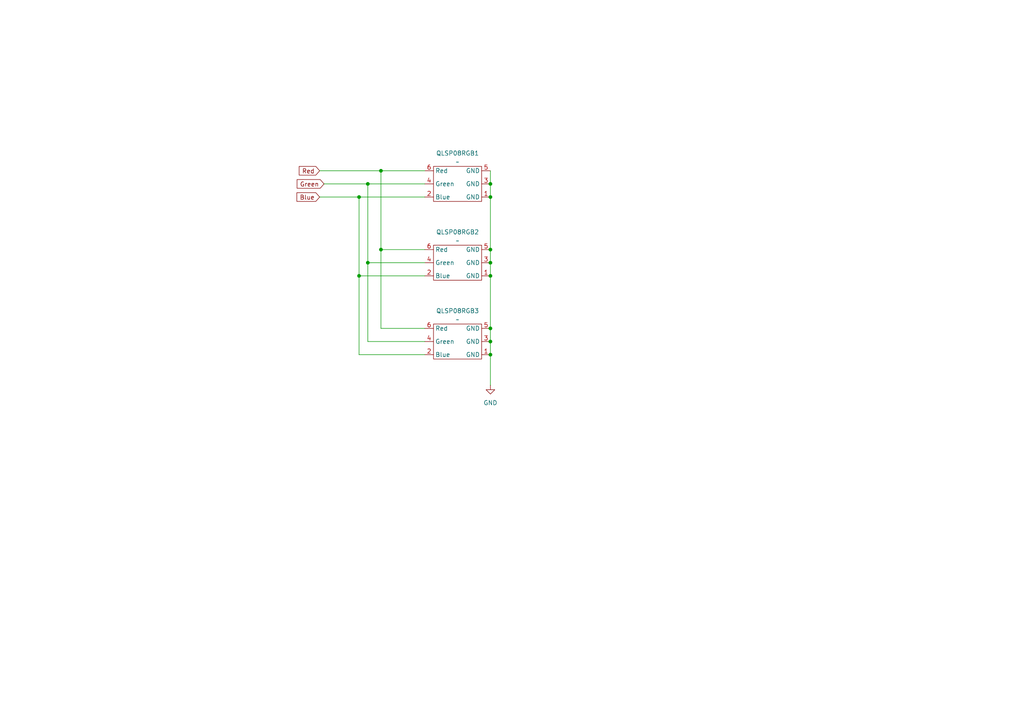
<source format=kicad_sch>
(kicad_sch (version 20231120) (generator "eeschema") (generator_version "8.0")
  (paper "A4")
  (lib_symbols
    (symbol "QLSP08RGB:QLSP08RGB"
      (property "Reference" "QLSP08RGB" (at 0 2.032 0))
      (symbol "QLSP08RGB_0_1"
        (rectangle (start 6.35 -10.16) (end -7.62 0))
      )
      (symbol "QLSP08RGB_1_1"
        (pin passive line (at 8.89 -8.89 180) (length 2.54) (name "GND") (number "1"))
        (pin input line (at -10.16 -8.89 0) (length 2.54) (name "Blue") (number "2"))
        (pin passive line (at 8.89 -5.08 180) (length 2.54) (name "GND") (number "3"))
        (pin input line (at -10.16 -5.08 0) (length 2.54) (name "Green") (number "4"))
        (pin passive line (at 8.89 -1.27 180) (length 2.54) (name "GND") (number "5"))
        (pin input line (at -10.16 -1.27 0) (length 2.54) (name "Red") (number "6"))
      )
    )
    (symbol "power:GND" (power) (pin_numbers hide) (pin_names (offset 0) hide)
      (property "Value" "GND" (at 0 -3.81 0))
      (symbol "GND_0_1"
        (polyline (pts (xy 0 0) (xy 0 -1.27) (xy 1.27 -1.27) (xy 0 -2.54) (xy -1.27 -1.27) (xy 0 -1.27)))
      )
      (symbol "GND_1_1"
        (pin power_in line (at 0 0 270) (length 0) (name "~") (number "1"))
      )
    )
  )
  (junction (at 142.24 95.25))
  (junction (at 142.24 80.01))
  (junction (at 142.24 53.34))
  (junction (at 142.24 72.39))
  (junction (at 106.68 76.2))
  (junction (at 142.24 99.06))
  (junction (at 110.49 72.39))
  (junction (at 142.24 102.87))
  (junction (at 104.14 57.15))
  (junction (at 110.49 49.53))
  (junction (at 106.68 53.34))
  (junction (at 142.24 57.15))
  (junction (at 104.14 80.01))
  (junction (at 142.24 76.2))
  (wire (pts (xy 142.24 49.53) (xy 142.24 53.34)))
  (wire (pts (xy 104.14 80.01) (xy 123.19 80.01)))
  (wire (pts (xy 142.24 102.87) (xy 142.24 111.76)))
  (wire (pts (xy 110.49 72.39) (xy 110.49 95.25)))
  (wire (pts (xy 142.24 76.2) (xy 142.24 80.01)))
  (wire (pts (xy 106.68 99.06) (xy 106.68 76.2)))
  (wire (pts (xy 104.14 80.01) (xy 104.14 57.15)))
  (wire (pts (xy 106.68 99.06) (xy 123.19 99.06)))
  (wire (pts (xy 92.71 49.53) (xy 110.49 49.53)))
  (wire (pts (xy 142.24 57.15) (xy 142.24 72.39)))
  (wire (pts (xy 106.68 76.2) (xy 123.19 76.2)))
  (wire (pts (xy 106.68 76.2) (xy 106.68 53.34)))
  (wire (pts (xy 104.14 80.01) (xy 104.14 102.87)))
  (wire (pts (xy 110.49 49.53) (xy 123.19 49.53)))
  (wire (pts (xy 93.98 53.34) (xy 106.68 53.34)))
  (wire (pts (xy 92.71 57.15) (xy 104.14 57.15)))
  (wire (pts (xy 142.24 80.01) (xy 142.24 95.25)))
  (wire (pts (xy 106.68 53.34) (xy 123.19 53.34)))
  (wire (pts (xy 104.14 102.87) (xy 123.19 102.87)))
  (wire (pts (xy 142.24 99.06) (xy 142.24 102.87)))
  (wire (pts (xy 110.49 72.39) (xy 123.19 72.39)))
  (wire (pts (xy 104.14 57.15) (xy 123.19 57.15)))
  (wire (pts (xy 142.24 95.25) (xy 142.24 99.06)))
  (wire (pts (xy 110.49 49.53) (xy 110.49 72.39)))
  (wire (pts (xy 142.24 53.34) (xy 142.24 57.15)))
  (wire (pts (xy 142.24 72.39) (xy 142.24 76.2)))
  (wire (pts (xy 110.49 95.25) (xy 123.19 95.25)))
  (global_label "Green" (shape input) (at 93.98 53.34 180) (property "Intersheetrefs" "${INTERSHEET_REFS}" (effects (hide yes))))
  (global_label "Red" (shape input) (at 92.71 49.53 180) (property "Intersheetrefs" "${INTERSHEET_REFS}" (effects (hide yes))))
  (global_label "Blue" (shape input) (at 92.71 57.15 180) (property "Intersheetrefs" "${INTERSHEET_REFS}" (effects (hide yes))))
  (symbol (lib_id "QLSP08RGB:QLSP08RGB") (at 133.35 48.26 0) (unit 1)
    (property "Reference" "QLSP08RGB1" (at 132.715 44.45 0))
    (property "Value" "~" (at 132.715 46.99 0))
    (property "Footprint" "Library:QLSP08RGB" (effects (hide yes)))
  )
  (symbol (lib_id "QLSP08RGB:QLSP08RGB") (at 133.35 71.12 0) (unit 1)
    (property "Reference" "QLSP08RGB2" (at 132.715 67.31 0))
    (property "Value" "~" (at 132.715 69.85 0))
    (property "Footprint" "Library:QLSP08RGB" (effects (hide yes)))
  )
  (symbol (lib_id "power:GND") (at 142.24 111.76 0) (unit 1)
    (property "Reference" "#PWR01" (effects (hide yes)))
    (property "Value" "GND" (at 142.24 116.84 0))
    (property "Description" "Power symbol creates a global label with name \"GND\" , ground" (effects (hide yes)))
  )
  (symbol (lib_id "QLSP08RGB:QLSP08RGB") (at 133.35 93.98 0) (unit 1)
    (property "Reference" "QLSP08RGB3" (at 132.715 90.17 0))
    (property "Value" "~" (at 132.715 92.71 0))
    (property "Footprint" "Library:QLSP08RGB" (effects (hide yes)))
  )
)
</source>
